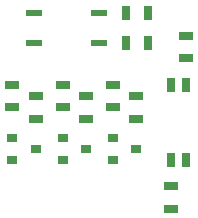
<source format=gtp>
G04 #@! TF.GenerationSoftware,KiCad,Pcbnew,(5.1.7)-1*
G04 #@! TF.CreationDate,2022-03-16T13:26:47+01:00*
G04 #@! TF.ProjectId,bluetooth-board,626c7565-746f-46f7-9468-2d626f617264,rev?*
G04 #@! TF.SameCoordinates,Original*
G04 #@! TF.FileFunction,Paste,Top*
G04 #@! TF.FilePolarity,Positive*
%FSLAX46Y46*%
G04 Gerber Fmt 4.6, Leading zero omitted, Abs format (unit mm)*
G04 Created by KiCad (PCBNEW (5.1.7)-1) date 2022-03-16 13:26:47*
%MOMM*%
%LPD*%
G01*
G04 APERTURE LIST*
%ADD10R,0.800000X1.300000*%
%ADD11R,1.450000X0.550000*%
%ADD12R,0.700000X1.300000*%
%ADD13R,1.300000X0.700000*%
%ADD14R,0.900000X0.800000*%
G04 APERTURE END LIST*
D10*
X31140000Y-35150000D03*
X29860000Y-35150000D03*
X29860000Y-28850000D03*
X31140000Y-28850000D03*
D11*
X23750000Y-25270000D03*
X23750000Y-22730000D03*
X18250000Y-22730000D03*
X18250000Y-25270000D03*
D12*
X26050000Y-25270000D03*
X27950000Y-25270000D03*
D13*
X29860000Y-39310000D03*
X29860000Y-37410000D03*
X31140000Y-24690000D03*
X31140000Y-26590000D03*
D12*
X26050000Y-22730000D03*
X27950000Y-22730000D03*
D13*
X26950000Y-31700000D03*
X26950000Y-29800000D03*
X24950000Y-30700000D03*
X24950000Y-28800000D03*
X22700000Y-31700000D03*
X22700000Y-29800000D03*
X20700000Y-30700000D03*
X20700000Y-28800000D03*
X18450000Y-31700000D03*
X18450000Y-29800000D03*
X16450000Y-30700000D03*
X16450000Y-28800000D03*
D14*
X24950000Y-33300000D03*
X24950000Y-35200000D03*
X26950000Y-34250000D03*
X20700000Y-33300000D03*
X20700000Y-35200000D03*
X22700000Y-34250000D03*
X16450000Y-33300000D03*
X16450000Y-35200000D03*
X18450000Y-34250000D03*
M02*

</source>
